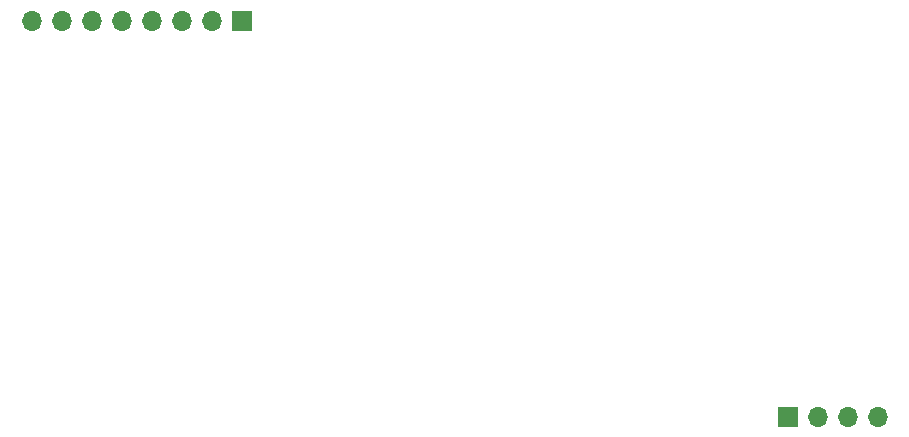
<source format=gbr>
%TF.GenerationSoftware,KiCad,Pcbnew,(5.1.10-1-10_14)*%
%TF.CreationDate,2021-12-18T11:36:21-05:00*%
%TF.ProjectId,control-unit,636f6e74-726f-46c2-9d75-6e69742e6b69,rev?*%
%TF.SameCoordinates,Original*%
%TF.FileFunction,Soldermask,Bot*%
%TF.FilePolarity,Negative*%
%FSLAX46Y46*%
G04 Gerber Fmt 4.6, Leading zero omitted, Abs format (unit mm)*
G04 Created by KiCad (PCBNEW (5.1.10-1-10_14)) date 2021-12-18 11:36:21*
%MOMM*%
%LPD*%
G01*
G04 APERTURE LIST*
%ADD10O,1.700000X1.700000*%
%ADD11R,1.700000X1.700000*%
G04 APERTURE END LIST*
D10*
%TO.C,J4*%
X182372000Y-116332000D03*
X179832000Y-116332000D03*
X177292000Y-116332000D03*
D11*
X174752000Y-116332000D03*
%TD*%
D10*
%TO.C,J3*%
X110744000Y-82804000D03*
X113284000Y-82804000D03*
X115824000Y-82804000D03*
X118364000Y-82804000D03*
X120904000Y-82804000D03*
X123444000Y-82804000D03*
X125984000Y-82804000D03*
D11*
X128524000Y-82804000D03*
%TD*%
M02*

</source>
